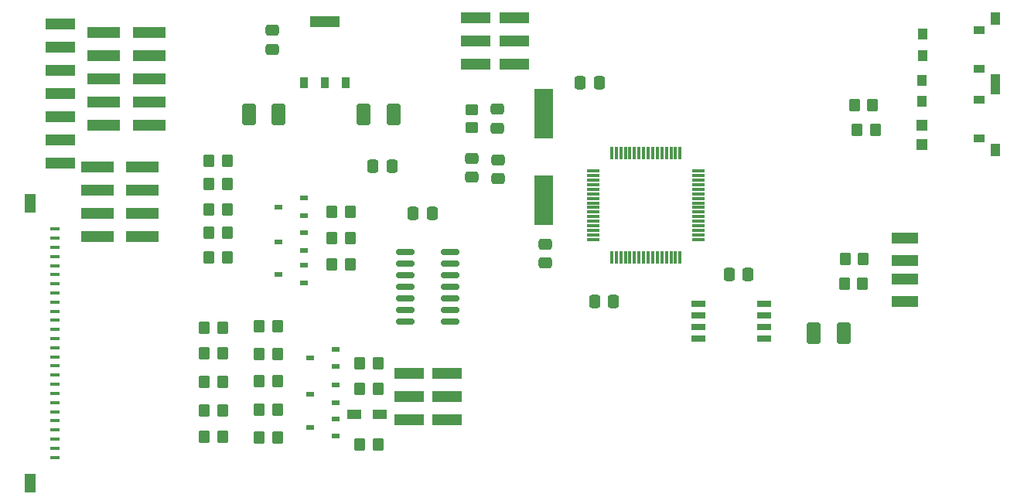
<source format=gbr>
%TF.GenerationSoftware,KiCad,Pcbnew,9.0.5*%
%TF.CreationDate,2025-10-23T11:37:32+01:00*%
%TF.ProjectId,Gotek,476f7465-6b2e-46b6-9963-61645f706362,rev?*%
%TF.SameCoordinates,Original*%
%TF.FileFunction,Paste,Top*%
%TF.FilePolarity,Positive*%
%FSLAX46Y46*%
G04 Gerber Fmt 4.6, Leading zero omitted, Abs format (unit mm)*
G04 Created by KiCad (PCBNEW 9.0.5) date 2025-10-23 11:37:32*
%MOMM*%
%LPD*%
G01*
G04 APERTURE LIST*
G04 Aperture macros list*
%AMRoundRect*
0 Rectangle with rounded corners*
0 $1 Rounding radius*
0 $2 $3 $4 $5 $6 $7 $8 $9 X,Y pos of 4 corners*
0 Add a 4 corners polygon primitive as box body*
4,1,4,$2,$3,$4,$5,$6,$7,$8,$9,$2,$3,0*
0 Add four circle primitives for the rounded corners*
1,1,$1+$1,$2,$3*
1,1,$1+$1,$4,$5*
1,1,$1+$1,$6,$7*
1,1,$1+$1,$8,$9*
0 Add four rect primitives between the rounded corners*
20,1,$1+$1,$2,$3,$4,$5,0*
20,1,$1+$1,$4,$5,$6,$7,0*
20,1,$1+$1,$6,$7,$8,$9,0*
20,1,$1+$1,$8,$9,$2,$3,0*%
G04 Aperture macros list end*
%ADD10RoundRect,0.250000X-0.350000X-0.450000X0.350000X-0.450000X0.350000X0.450000X-0.350000X0.450000X0*%
%ADD11RoundRect,0.250000X-0.475000X0.337500X-0.475000X-0.337500X0.475000X-0.337500X0.475000X0.337500X0*%
%ADD12R,3.180000X1.270000*%
%ADD13RoundRect,0.250001X0.499999X0.924999X-0.499999X0.924999X-0.499999X-0.924999X0.499999X-0.924999X0*%
%ADD14R,1.000000X1.450000*%
%ADD15R,1.300000X0.900000*%
%ADD16R,0.900000X0.600000*%
%ADD17R,1.200000X1.200000*%
%ADD18RoundRect,0.250000X-0.337500X-0.475000X0.337500X-0.475000X0.337500X0.475000X-0.337500X0.475000X0*%
%ADD19R,1.000000X0.400000*%
%ADD20R,1.300000X2.000000*%
%ADD21R,3.680000X1.270000*%
%ADD22R,1.650000X0.700000*%
%ADD23R,3.000000X1.300000*%
%ADD24R,1.500000X1.000000*%
%ADD25R,1.100000X1.250000*%
%ADD26R,1.475000X0.300000*%
%ADD27R,0.300000X1.475000*%
%ADD28RoundRect,0.250000X0.337500X0.475000X-0.337500X0.475000X-0.337500X-0.475000X0.337500X-0.475000X0*%
%ADD29RoundRect,0.250000X-0.450000X0.350000X-0.450000X-0.350000X0.450000X-0.350000X0.450000X0.350000X0*%
%ADD30R,2.000000X5.500000*%
%ADD31R,0.950000X1.300000*%
%ADD32R,3.250000X1.300000*%
%ADD33RoundRect,0.250000X0.350000X0.450000X-0.350000X0.450000X-0.350000X-0.450000X0.350000X-0.450000X0*%
%ADD34RoundRect,0.150000X-0.825000X-0.150000X0.825000X-0.150000X0.825000X0.150000X-0.825000X0.150000X0*%
G04 APERTURE END LIST*
D10*
%TO.C,PU5*%
X118000000Y-91398700D03*
X120000000Y-91398700D03*
%TD*%
D11*
%TO.C,C4*%
X147307300Y-72877200D03*
X147307300Y-74952200D03*
%TD*%
D10*
%TO.C,R20*%
X189160300Y-67027400D03*
X191160300Y-67027400D03*
%TD*%
D12*
%TO.C,J7*%
X144595000Y-101517450D03*
X140405000Y-101517450D03*
X144595000Y-98977450D03*
X140405000Y-98977450D03*
X144595000Y-96437450D03*
X140405000Y-96437450D03*
%TD*%
D13*
%TO.C,C1*%
X187984800Y-92024200D03*
X184734800Y-92024200D03*
%TD*%
D14*
%TO.C,S4*%
X204608000Y-71955000D03*
X204608000Y-65205000D03*
D15*
X202808000Y-70680000D03*
X202808000Y-66480000D03*
%TD*%
D16*
%TO.C,Q5*%
X132400000Y-99616300D03*
X132400000Y-97716300D03*
X129600000Y-98666300D03*
%TD*%
D10*
%TO.C,RN4*%
X135000000Y-104171700D03*
X137000000Y-104171700D03*
%TD*%
D16*
%TO.C,Q6*%
X132400000Y-95685600D03*
X132400000Y-93785600D03*
X129600000Y-94735600D03*
%TD*%
D17*
%TO.C,L5*%
X196519800Y-71357200D03*
X196519800Y-69257200D03*
%TD*%
D18*
%TO.C,C20*%
X140878700Y-78882900D03*
X142953700Y-78882900D03*
%TD*%
D13*
%TO.C,C17*%
X138708800Y-68072000D03*
X135458800Y-68072000D03*
%TD*%
D10*
%TO.C,PU12*%
X118000000Y-103397000D03*
X120000000Y-103397000D03*
%TD*%
D18*
%TO.C,C6*%
X159165900Y-64573100D03*
X161240900Y-64573100D03*
%TD*%
D14*
%TO.C,S3*%
X204608000Y-64335000D03*
X204608000Y-57585000D03*
D15*
X202808000Y-63060000D03*
X202808000Y-58860000D03*
%TD*%
D10*
%TO.C,PU13*%
X124000000Y-103432000D03*
X126000000Y-103432000D03*
%TD*%
%TO.C,PU2*%
X118500000Y-78432000D03*
X120500000Y-78432000D03*
%TD*%
%TO.C,PU11*%
X118000000Y-100466500D03*
X120000000Y-100466500D03*
%TD*%
D16*
%TO.C,Q3*%
X128901700Y-86500400D03*
X128901700Y-84600400D03*
X126101700Y-85550400D03*
%TD*%
D19*
%TO.C,P1*%
X101660000Y-80610000D03*
X101660000Y-81610000D03*
X101660000Y-82610001D03*
X101660000Y-83609999D03*
X101660000Y-84609999D03*
X101660000Y-85610000D03*
X101660000Y-86610000D03*
X101660000Y-87609998D03*
X101660000Y-88609999D03*
X101660000Y-89609999D03*
X101660000Y-90610000D03*
X101660000Y-91610000D03*
X101660000Y-92609998D03*
X101660000Y-93609999D03*
X101660000Y-94610000D03*
X101660000Y-95610000D03*
X101660000Y-96610001D03*
X101660000Y-97609999D03*
X101660000Y-98609999D03*
X101660000Y-99610000D03*
X101660000Y-100610000D03*
X101660000Y-101610001D03*
X101660000Y-102609999D03*
X101660000Y-103609999D03*
X101660000Y-104610000D03*
X101660000Y-105610000D03*
D20*
X98960001Y-77810025D03*
X98960001Y-108409975D03*
%TD*%
D21*
%TO.C,J5*%
X106287800Y-73812400D03*
X111237800Y-73812400D03*
X106287800Y-76352400D03*
X111237800Y-76352400D03*
X106287800Y-78892400D03*
X111237800Y-78892400D03*
X106287800Y-81432400D03*
X111237800Y-81432400D03*
%TD*%
D10*
%TO.C,PU9*%
X118000000Y-97326400D03*
X120000000Y-97326400D03*
%TD*%
D16*
%TO.C,Q4*%
X132400000Y-103286600D03*
X132400000Y-101386600D03*
X129600000Y-102336600D03*
%TD*%
D10*
%TO.C,RN2*%
X132000000Y-81600700D03*
X134000000Y-81600700D03*
%TD*%
%TO.C,PU8*%
X124000000Y-97221700D03*
X126000000Y-97221700D03*
%TD*%
D18*
%TO.C,C18*%
X136468600Y-73745700D03*
X138543600Y-73745700D03*
%TD*%
D11*
%TO.C,C5*%
X150152100Y-73022500D03*
X150152100Y-75097500D03*
%TD*%
D22*
%TO.C,U8*%
X172063200Y-88788900D03*
X172063200Y-90058900D03*
X172063200Y-91328900D03*
X172063200Y-92598900D03*
X179263200Y-92598900D03*
X179263200Y-91328900D03*
X179263200Y-90058900D03*
X179263200Y-88788900D03*
%TD*%
D12*
%TO.C,J8*%
X151920075Y-62525275D03*
X147730075Y-62525275D03*
X151920075Y-59985275D03*
X147730075Y-59985275D03*
X151920075Y-57445275D03*
X147730075Y-57445275D03*
%TD*%
D10*
%TO.C,RN1*%
X132000000Y-78705100D03*
X134000000Y-78705100D03*
%TD*%
D23*
%TO.C,P3*%
X194724800Y-88563800D03*
X194724800Y-86063800D03*
X194724800Y-84063800D03*
X194724800Y-81563800D03*
%TD*%
D16*
%TO.C,Q2*%
X128901700Y-82938000D03*
X128901700Y-81038000D03*
X126101700Y-81988000D03*
%TD*%
D24*
%TO.C,DID1*%
X137200000Y-100933200D03*
X134400000Y-100933200D03*
%TD*%
D10*
%TO.C,RN3*%
X132000000Y-84461300D03*
X134000000Y-84461300D03*
%TD*%
%TO.C,RN5*%
X135000000Y-98142400D03*
X137000000Y-98142400D03*
%TD*%
D25*
%TO.C,L3*%
X196545200Y-66649600D03*
X196545200Y-64299600D03*
%TD*%
D11*
%TO.C,C3*%
X150041000Y-67494900D03*
X150041000Y-69569900D03*
%TD*%
D26*
%TO.C,U3*%
X160606600Y-74250200D03*
X160606600Y-74750200D03*
X160606600Y-75250200D03*
X160606600Y-75750200D03*
X160606600Y-76250200D03*
X160606600Y-76750200D03*
X160606600Y-77250200D03*
X160606600Y-77750200D03*
X160606600Y-78250200D03*
X160606600Y-78750200D03*
X160606600Y-79250200D03*
X160606600Y-79750200D03*
X160606600Y-80250200D03*
X160606600Y-80750200D03*
X160606600Y-81250200D03*
X160606600Y-81750200D03*
D27*
X162594600Y-83738200D03*
X163094600Y-83738200D03*
X163594600Y-83738200D03*
X164094600Y-83738200D03*
X164594600Y-83738200D03*
X165094600Y-83738200D03*
X165594600Y-83738200D03*
X166094600Y-83738200D03*
X166594600Y-83738200D03*
X167094600Y-83738200D03*
X167594600Y-83738200D03*
X168094600Y-83738200D03*
X168594600Y-83738200D03*
X169094600Y-83738200D03*
X169594600Y-83738200D03*
X170094600Y-83738200D03*
D26*
X172082600Y-81750200D03*
X172082600Y-81250200D03*
X172082600Y-80750200D03*
X172082600Y-80250200D03*
X172082600Y-79750200D03*
X172082600Y-79250200D03*
X172082600Y-78750200D03*
X172082600Y-78250200D03*
X172082600Y-77750200D03*
X172082600Y-77250200D03*
X172082600Y-76750200D03*
X172082600Y-76250200D03*
X172082600Y-75750200D03*
X172082600Y-75250200D03*
X172082600Y-74750200D03*
X172082600Y-74250200D03*
D27*
X170094600Y-72262200D03*
X169594600Y-72262200D03*
X169094600Y-72262200D03*
X168594600Y-72262200D03*
X168094600Y-72262200D03*
X167594600Y-72262200D03*
X167094600Y-72262200D03*
X166594600Y-72262200D03*
X166094600Y-72262200D03*
X165594600Y-72262200D03*
X165094600Y-72262200D03*
X164594600Y-72262200D03*
X164094600Y-72262200D03*
X163594600Y-72262200D03*
X163094600Y-72262200D03*
X162594600Y-72262200D03*
%TD*%
D10*
%TO.C,PU1*%
X118500000Y-75638000D03*
X120500000Y-75638000D03*
%TD*%
D11*
%TO.C,C23*%
X125409300Y-58862000D03*
X125409300Y-60937000D03*
%TD*%
D10*
%TO.C,PU6*%
X124000000Y-94322900D03*
X126000000Y-94322900D03*
%TD*%
%TO.C,RN6*%
X135000000Y-95294400D03*
X137000000Y-95294400D03*
%TD*%
%TO.C,R2*%
X188061700Y-86620300D03*
X190061700Y-86620300D03*
%TD*%
D28*
%TO.C,C8*%
X162797400Y-88576100D03*
X160722400Y-88576100D03*
%TD*%
D29*
%TO.C,R10*%
X147250200Y-67532400D03*
X147250200Y-69532400D03*
%TD*%
D30*
%TO.C,Y1*%
X155194000Y-77470200D03*
X155194000Y-67970200D03*
%TD*%
D12*
%TO.C,J1*%
X102250000Y-73406000D03*
X102250000Y-70866000D03*
X102250000Y-68326000D03*
X102250000Y-65786000D03*
X102250000Y-63246000D03*
X102250000Y-60706000D03*
X102250000Y-58166000D03*
%TD*%
D21*
%TO.C,J4*%
X107025000Y-59105800D03*
X111975000Y-59105800D03*
X107025000Y-61645800D03*
X111975000Y-61645800D03*
X107025000Y-64185800D03*
X111975000Y-64185800D03*
X107025000Y-66725800D03*
X111975000Y-66725800D03*
X107025000Y-69265800D03*
X111975000Y-69265800D03*
%TD*%
D31*
%TO.C,U4*%
X128939900Y-64617600D03*
X131229900Y-64617600D03*
X133519900Y-64617600D03*
D32*
X131229900Y-57917600D03*
%TD*%
D10*
%TO.C,PU10*%
X124000000Y-100396700D03*
X126000000Y-100396700D03*
%TD*%
D33*
%TO.C,R13*%
X120500000Y-73091700D03*
X118500000Y-73091700D03*
%TD*%
D16*
%TO.C,Q1*%
X128920700Y-79137500D03*
X128920700Y-77237500D03*
X126120700Y-78187500D03*
%TD*%
D25*
%TO.C,L4*%
X196621400Y-59277000D03*
X196621400Y-61627000D03*
%TD*%
D10*
%TO.C,PU14*%
X118500000Y-83734300D03*
X120500000Y-83734300D03*
%TD*%
D34*
%TO.C,U1*%
X139984100Y-83127800D03*
X139984100Y-84397800D03*
X139984100Y-85667800D03*
X139984100Y-86937800D03*
X139984100Y-88207800D03*
X139984100Y-89477800D03*
X139984100Y-90747800D03*
X144934100Y-90747800D03*
X144934100Y-89477800D03*
X144934100Y-88207800D03*
X144934100Y-86937800D03*
X144934100Y-85667800D03*
X144934100Y-84397800D03*
X144934100Y-83127800D03*
%TD*%
D10*
%TO.C,R1*%
X188169600Y-83883500D03*
X190169600Y-83883500D03*
%TD*%
%TO.C,R21*%
X189477800Y-69757900D03*
X191477800Y-69757900D03*
%TD*%
D11*
%TO.C,C9*%
X155321000Y-82253000D03*
X155321000Y-84328000D03*
%TD*%
D10*
%TO.C,PU4*%
X124000000Y-91287600D03*
X126000000Y-91287600D03*
%TD*%
D13*
%TO.C,C19*%
X126136400Y-68072000D03*
X122886400Y-68072000D03*
%TD*%
D10*
%TO.C,PU3*%
X118500000Y-80978400D03*
X120500000Y-80978400D03*
%TD*%
%TO.C,PU7*%
X118000000Y-94246700D03*
X120000000Y-94246700D03*
%TD*%
D18*
%TO.C,C16*%
X175463900Y-85613900D03*
X177538900Y-85613900D03*
%TD*%
M02*

</source>
